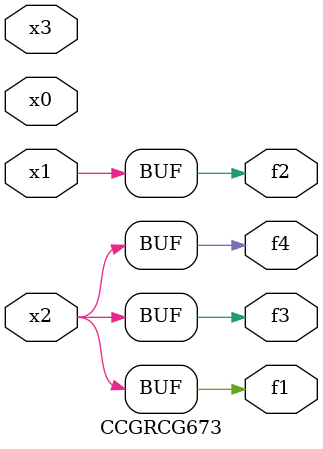
<source format=v>
module CCGRCG673(
	input x0, x1, x2, x3,
	output f1, f2, f3, f4
);
	assign f1 = x2;
	assign f2 = x1;
	assign f3 = x2;
	assign f4 = x2;
endmodule

</source>
